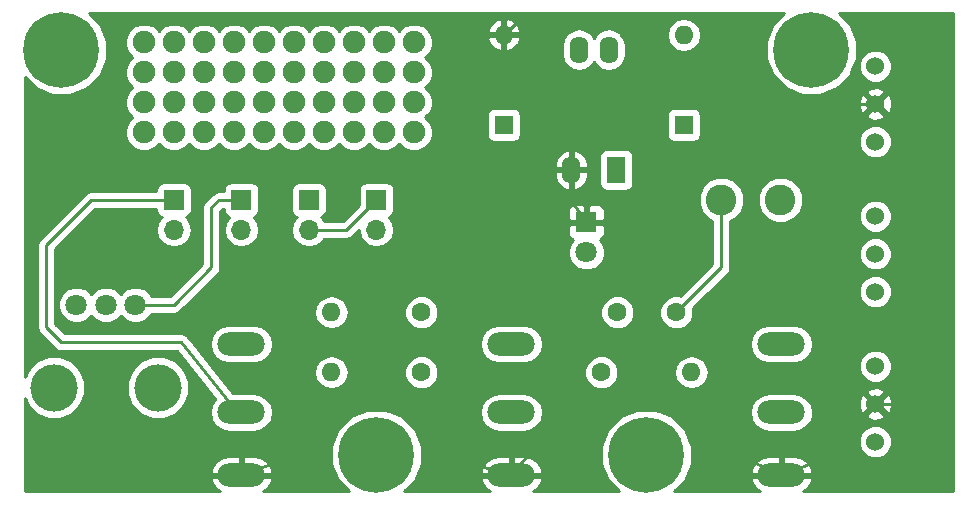
<source format=gbl>
G04 #@! TF.FileFunction,Copper,L2,Bot,Signal*
%FSLAX46Y46*%
G04 Gerber Fmt 4.6, Leading zero omitted, Abs format (unit mm)*
G04 Created by KiCad (PCBNEW 4.0.7) date Monday 10 September 2018 20:38:50*
%MOMM*%
%LPD*%
G01*
G04 APERTURE LIST*
%ADD10C,0.100000*%
%ADD11C,6.400000*%
%ADD12C,1.900000*%
%ADD13C,1.600000*%
%ADD14R,1.800000X1.800000*%
%ADD15C,1.800000*%
%ADD16O,4.000000X2.000000*%
%ADD17O,1.600000X1.600000*%
%ADD18R,1.570000X2.290000*%
%ADD19O,1.570000X2.290000*%
%ADD20C,2.600000*%
%ADD21C,1.524000*%
%ADD22R,1.700000X1.700000*%
%ADD23O,1.700000X1.700000*%
%ADD24C,4.000000*%
%ADD25R,1.600000X1.600000*%
%ADD26C,0.250000*%
%ADD27C,0.254000*%
G04 APERTURE END LIST*
D10*
D11*
X199390000Y-40640000D03*
D12*
X142875000Y-40005000D03*
X145415000Y-40005000D03*
X147955000Y-40005000D03*
X150495000Y-40005000D03*
X153035000Y-40005000D03*
X155575000Y-40005000D03*
X158115000Y-40005000D03*
X160655000Y-40005000D03*
X163195000Y-40005000D03*
X165735000Y-40005000D03*
X165735000Y-42545000D03*
X163195000Y-42545000D03*
X160655000Y-42545000D03*
X158115000Y-42545000D03*
X155575000Y-42545000D03*
X153035000Y-42545000D03*
X150495000Y-42545000D03*
X147955000Y-42545000D03*
X145415000Y-42545000D03*
X142875000Y-42545000D03*
X142875000Y-45085000D03*
X145415000Y-45085000D03*
X147955000Y-45085000D03*
X150495000Y-45085000D03*
X153035000Y-45085000D03*
X155575000Y-45085000D03*
X158115000Y-45085000D03*
X160655000Y-45085000D03*
X163195000Y-45085000D03*
X165735000Y-45085000D03*
X165735000Y-47625000D03*
X163195000Y-47625000D03*
X160655000Y-47625000D03*
X158115000Y-47625000D03*
X155575000Y-47625000D03*
X153035000Y-47625000D03*
X150495000Y-47625000D03*
X147955000Y-47625000D03*
X145415000Y-47625000D03*
X142875000Y-47625000D03*
D11*
X185420000Y-74930000D03*
X162560000Y-74930000D03*
D13*
X187960000Y-62865000D03*
X182960000Y-62865000D03*
D14*
X180340000Y-55245000D03*
D15*
X180340000Y-57785000D03*
D16*
X151130000Y-65540000D03*
X151130000Y-71340000D03*
X151130000Y-76640000D03*
X173990000Y-65540000D03*
X173990000Y-71340000D03*
X173990000Y-76640000D03*
X196850000Y-65540000D03*
X196850000Y-71340000D03*
X196850000Y-76640000D03*
D13*
X166370000Y-67945000D03*
D17*
X158750000Y-67945000D03*
D13*
X166370000Y-62865000D03*
D17*
X158750000Y-62865000D03*
D13*
X181610000Y-67945000D03*
D17*
X189230000Y-67945000D03*
D18*
X182880000Y-50800000D03*
D19*
X179070000Y-50800000D03*
X179710000Y-40640000D03*
X182240000Y-40640000D03*
D20*
X191770000Y-53340000D03*
X196770000Y-53340000D03*
D21*
X204810000Y-54720000D03*
X204810000Y-57920000D03*
X204810000Y-61120000D03*
X204810000Y-67420000D03*
X204810000Y-70620000D03*
X204810000Y-73820000D03*
X204810000Y-42020000D03*
X204810000Y-45220000D03*
X204810000Y-48420000D03*
D22*
X145415000Y-53340000D03*
D23*
X145415000Y-55880000D03*
D22*
X151130000Y-53340000D03*
D23*
X151130000Y-55880000D03*
D22*
X156845000Y-53340000D03*
D23*
X156845000Y-55880000D03*
D22*
X162560000Y-53340000D03*
D23*
X162560000Y-55880000D03*
D15*
X142160000Y-62230000D03*
X139660000Y-62230000D03*
X137160000Y-62230000D03*
D24*
X144060000Y-69230000D03*
X135260000Y-69230000D03*
D11*
X135890000Y-40640000D03*
D25*
X173355000Y-46990000D03*
D17*
X173355000Y-39370000D03*
D25*
X188595000Y-46990000D03*
D17*
X188595000Y-39370000D03*
D26*
X191770000Y-53340000D02*
X191770000Y-59055000D01*
X191770000Y-59055000D02*
X187960000Y-62865000D01*
X156845000Y-55880000D02*
X160020000Y-55880000D01*
X160020000Y-55880000D02*
X162560000Y-53340000D01*
X151130000Y-71340000D02*
X150715000Y-71340000D01*
X150715000Y-71340000D02*
X146050000Y-65405000D01*
X138430000Y-53340000D02*
X145415000Y-53340000D01*
X134620000Y-57150000D02*
X138430000Y-53340000D01*
X134620000Y-64135000D02*
X134620000Y-57150000D01*
X135890000Y-65405000D02*
X134620000Y-64135000D01*
X146050000Y-65405000D02*
X135890000Y-65405000D01*
X142160000Y-62230000D02*
X145415000Y-62230000D01*
X149225000Y-53340000D02*
X151130000Y-53340000D01*
X148590000Y-53975000D02*
X149225000Y-53340000D01*
X148590000Y-59055000D02*
X148590000Y-53975000D01*
X145415000Y-62230000D02*
X148590000Y-59055000D01*
X204810000Y-45220000D02*
X195715000Y-45220000D01*
X174625000Y-38100000D02*
X173355000Y-39370000D01*
X183515000Y-38100000D02*
X174625000Y-38100000D01*
X187960000Y-42545000D02*
X183515000Y-38100000D01*
X193040000Y-42545000D02*
X187960000Y-42545000D01*
X195715000Y-45220000D02*
X193040000Y-42545000D01*
X196850000Y-76640000D02*
X194115000Y-75370000D01*
X178997143Y-70485000D02*
X173990000Y-76640000D01*
X189230000Y-70485000D02*
X178997143Y-70485000D01*
X194115000Y-75370000D02*
X189230000Y-70485000D01*
X151130000Y-76640000D02*
X154500000Y-75370000D01*
X154500000Y-75370000D02*
X159385000Y-70485000D01*
X159385000Y-70485000D02*
X165100000Y-70485000D01*
X165100000Y-70485000D02*
X170190000Y-75575000D01*
X170190000Y-75575000D02*
X173990000Y-76640000D01*
X173355000Y-39370000D02*
X174625000Y-39370000D01*
X174625000Y-39370000D02*
X179070000Y-43815000D01*
X179070000Y-43815000D02*
X179070000Y-50800000D01*
X204810000Y-70620000D02*
X208145000Y-70620000D01*
X208280000Y-48690000D02*
X204810000Y-45220000D01*
X208280000Y-70485000D02*
X208280000Y-48690000D01*
X208145000Y-70620000D02*
X208280000Y-70485000D01*
X174625000Y-39370000D02*
X179070000Y-43815000D01*
X179070000Y-43815000D02*
X179070000Y-53340000D01*
X179070000Y-53340000D02*
X180340000Y-55245000D01*
X151130000Y-76640000D02*
X152205000Y-76640000D01*
X152205000Y-76640000D02*
X152645000Y-76200000D01*
X173345000Y-75995000D02*
X173990000Y-76640000D01*
X196410000Y-76200000D02*
X196850000Y-76640000D01*
X196850000Y-76640000D02*
X200060000Y-75370000D01*
X200060000Y-75370000D02*
X204810000Y-70620000D01*
D27*
G36*
X196140741Y-38464811D02*
X195555667Y-39873825D01*
X195554336Y-41399482D01*
X196136950Y-42809515D01*
X197214811Y-43889259D01*
X198623825Y-44474333D01*
X200149482Y-44475664D01*
X200720347Y-44239787D01*
X204009392Y-44239787D01*
X204810000Y-45040395D01*
X205610608Y-44239787D01*
X205541143Y-43997603D01*
X205017698Y-43810856D01*
X204462632Y-43838638D01*
X204078857Y-43997603D01*
X204009392Y-44239787D01*
X200720347Y-44239787D01*
X201559515Y-43893050D01*
X202639259Y-42815189D01*
X202854570Y-42296661D01*
X203412758Y-42296661D01*
X203624990Y-42810303D01*
X204017630Y-43203629D01*
X204530900Y-43416757D01*
X205086661Y-43417242D01*
X205600303Y-43205010D01*
X205993629Y-42812370D01*
X206206757Y-42299100D01*
X206207242Y-41743339D01*
X205995010Y-41229697D01*
X205602370Y-40836371D01*
X205089100Y-40623243D01*
X204533339Y-40622758D01*
X204019697Y-40834990D01*
X203626371Y-41227630D01*
X203413243Y-41740900D01*
X203412758Y-42296661D01*
X202854570Y-42296661D01*
X203224333Y-41406175D01*
X203225664Y-39880518D01*
X202643050Y-38470485D01*
X201714188Y-37540000D01*
X211380000Y-37540000D01*
X211380000Y-78030000D01*
X198684470Y-78030000D01*
X199095922Y-77706317D01*
X199409144Y-77148355D01*
X199440124Y-77020434D01*
X199320777Y-76767000D01*
X196977000Y-76767000D01*
X196977000Y-76787000D01*
X196723000Y-76787000D01*
X196723000Y-76767000D01*
X194379223Y-76767000D01*
X194259876Y-77020434D01*
X194290856Y-77148355D01*
X194604078Y-77706317D01*
X195015530Y-78030000D01*
X187742832Y-78030000D01*
X188669259Y-77105189D01*
X189020392Y-76259566D01*
X194259876Y-76259566D01*
X194379223Y-76513000D01*
X196723000Y-76513000D01*
X196723000Y-75005000D01*
X196977000Y-75005000D01*
X196977000Y-76513000D01*
X199320777Y-76513000D01*
X199440124Y-76259566D01*
X199409144Y-76131645D01*
X199095922Y-75573683D01*
X198593020Y-75178058D01*
X197977000Y-75005000D01*
X196977000Y-75005000D01*
X196723000Y-75005000D01*
X195723000Y-75005000D01*
X195106980Y-75178058D01*
X194604078Y-75573683D01*
X194290856Y-76131645D01*
X194259876Y-76259566D01*
X189020392Y-76259566D01*
X189254333Y-75696175D01*
X189255664Y-74170518D01*
X189225147Y-74096661D01*
X203412758Y-74096661D01*
X203624990Y-74610303D01*
X204017630Y-75003629D01*
X204530900Y-75216757D01*
X205086661Y-75217242D01*
X205600303Y-75005010D01*
X205993629Y-74612370D01*
X206206757Y-74099100D01*
X206207242Y-73543339D01*
X205995010Y-73029697D01*
X205602370Y-72636371D01*
X205089100Y-72423243D01*
X204533339Y-72422758D01*
X204019697Y-72634990D01*
X203626371Y-73027630D01*
X203413243Y-73540900D01*
X203412758Y-74096661D01*
X189225147Y-74096661D01*
X188673050Y-72760485D01*
X187595189Y-71680741D01*
X186774594Y-71340000D01*
X194163377Y-71340000D01*
X194287834Y-71965687D01*
X194642257Y-72496120D01*
X195172690Y-72850543D01*
X195798377Y-72975000D01*
X197901623Y-72975000D01*
X198527310Y-72850543D01*
X199057743Y-72496120D01*
X199412166Y-71965687D01*
X199484863Y-71600213D01*
X204009392Y-71600213D01*
X204078857Y-71842397D01*
X204602302Y-72029144D01*
X205157368Y-72001362D01*
X205541143Y-71842397D01*
X205610608Y-71600213D01*
X204810000Y-70799605D01*
X204009392Y-71600213D01*
X199484863Y-71600213D01*
X199536623Y-71340000D01*
X199412166Y-70714313D01*
X199210370Y-70412302D01*
X203400856Y-70412302D01*
X203428638Y-70967368D01*
X203587603Y-71351143D01*
X203829787Y-71420608D01*
X204630395Y-70620000D01*
X204989605Y-70620000D01*
X205790213Y-71420608D01*
X206032397Y-71351143D01*
X206219144Y-70827698D01*
X206191362Y-70272632D01*
X206032397Y-69888857D01*
X205790213Y-69819392D01*
X204989605Y-70620000D01*
X204630395Y-70620000D01*
X203829787Y-69819392D01*
X203587603Y-69888857D01*
X203400856Y-70412302D01*
X199210370Y-70412302D01*
X199057743Y-70183880D01*
X198527310Y-69829457D01*
X197901623Y-69705000D01*
X195798377Y-69705000D01*
X195172690Y-69829457D01*
X194642257Y-70183880D01*
X194287834Y-70714313D01*
X194163377Y-71340000D01*
X186774594Y-71340000D01*
X186186175Y-71095667D01*
X184660518Y-71094336D01*
X183250485Y-71676950D01*
X182170741Y-72754811D01*
X181585667Y-74163825D01*
X181584336Y-75689482D01*
X182166950Y-77099515D01*
X183095812Y-78030000D01*
X175824470Y-78030000D01*
X176235922Y-77706317D01*
X176549144Y-77148355D01*
X176580124Y-77020434D01*
X176460777Y-76767000D01*
X174117000Y-76767000D01*
X174117000Y-76787000D01*
X173863000Y-76787000D01*
X173863000Y-76767000D01*
X171519223Y-76767000D01*
X171399876Y-77020434D01*
X171430856Y-77148355D01*
X171744078Y-77706317D01*
X172155530Y-78030000D01*
X164882832Y-78030000D01*
X165809259Y-77105189D01*
X166160392Y-76259566D01*
X171399876Y-76259566D01*
X171519223Y-76513000D01*
X173863000Y-76513000D01*
X173863000Y-75005000D01*
X174117000Y-75005000D01*
X174117000Y-76513000D01*
X176460777Y-76513000D01*
X176580124Y-76259566D01*
X176549144Y-76131645D01*
X176235922Y-75573683D01*
X175733020Y-75178058D01*
X175117000Y-75005000D01*
X174117000Y-75005000D01*
X173863000Y-75005000D01*
X172863000Y-75005000D01*
X172246980Y-75178058D01*
X171744078Y-75573683D01*
X171430856Y-76131645D01*
X171399876Y-76259566D01*
X166160392Y-76259566D01*
X166394333Y-75696175D01*
X166395664Y-74170518D01*
X165813050Y-72760485D01*
X164735189Y-71680741D01*
X163914594Y-71340000D01*
X171303377Y-71340000D01*
X171427834Y-71965687D01*
X171782257Y-72496120D01*
X172312690Y-72850543D01*
X172938377Y-72975000D01*
X175041623Y-72975000D01*
X175667310Y-72850543D01*
X176197743Y-72496120D01*
X176552166Y-71965687D01*
X176676623Y-71340000D01*
X176552166Y-70714313D01*
X176197743Y-70183880D01*
X175667310Y-69829457D01*
X175041623Y-69705000D01*
X172938377Y-69705000D01*
X172312690Y-69829457D01*
X171782257Y-70183880D01*
X171427834Y-70714313D01*
X171303377Y-71340000D01*
X163914594Y-71340000D01*
X163326175Y-71095667D01*
X161800518Y-71094336D01*
X160390485Y-71676950D01*
X159310741Y-72754811D01*
X158725667Y-74163825D01*
X158724336Y-75689482D01*
X159306950Y-77099515D01*
X160235812Y-78030000D01*
X152964470Y-78030000D01*
X153375922Y-77706317D01*
X153689144Y-77148355D01*
X153720124Y-77020434D01*
X153600777Y-76767000D01*
X151257000Y-76767000D01*
X151257000Y-76787000D01*
X151003000Y-76787000D01*
X151003000Y-76767000D01*
X148659223Y-76767000D01*
X148539876Y-77020434D01*
X148570856Y-77148355D01*
X148884078Y-77706317D01*
X149295530Y-78030000D01*
X132790000Y-78030000D01*
X132790000Y-76259566D01*
X148539876Y-76259566D01*
X148659223Y-76513000D01*
X151003000Y-76513000D01*
X151003000Y-75005000D01*
X151257000Y-75005000D01*
X151257000Y-76513000D01*
X153600777Y-76513000D01*
X153720124Y-76259566D01*
X153689144Y-76131645D01*
X153375922Y-75573683D01*
X152873020Y-75178058D01*
X152257000Y-75005000D01*
X151257000Y-75005000D01*
X151003000Y-75005000D01*
X150003000Y-75005000D01*
X149386980Y-75178058D01*
X148884078Y-75573683D01*
X148570856Y-76131645D01*
X148539876Y-76259566D01*
X132790000Y-76259566D01*
X132790000Y-70152270D01*
X133024853Y-70720658D01*
X133765443Y-71462542D01*
X134733567Y-71864542D01*
X135781834Y-71865457D01*
X136750658Y-71465147D01*
X137492542Y-70724557D01*
X137894542Y-69756433D01*
X137894546Y-69751834D01*
X141424543Y-69751834D01*
X141824853Y-70720658D01*
X142565443Y-71462542D01*
X143533567Y-71864542D01*
X144581834Y-71865457D01*
X145550658Y-71465147D01*
X146292542Y-70724557D01*
X146694542Y-69756433D01*
X146695457Y-68708166D01*
X146295147Y-67739342D01*
X145554557Y-66997458D01*
X144586433Y-66595458D01*
X143538166Y-66594543D01*
X142569342Y-66994853D01*
X141827458Y-67735443D01*
X141425458Y-68703567D01*
X141424543Y-69751834D01*
X137894546Y-69751834D01*
X137895457Y-68708166D01*
X137495147Y-67739342D01*
X136754557Y-66997458D01*
X135786433Y-66595458D01*
X134738166Y-66594543D01*
X133769342Y-66994853D01*
X133027458Y-67735443D01*
X132790000Y-68307306D01*
X132790000Y-57150000D01*
X133860000Y-57150000D01*
X133860000Y-64135000D01*
X133917852Y-64425839D01*
X134082599Y-64672401D01*
X135352599Y-65942401D01*
X135599160Y-66107148D01*
X135890000Y-66165000D01*
X145680700Y-66165000D01*
X148884278Y-70240720D01*
X148567834Y-70714313D01*
X148443377Y-71340000D01*
X148567834Y-71965687D01*
X148922257Y-72496120D01*
X149452690Y-72850543D01*
X150078377Y-72975000D01*
X152181623Y-72975000D01*
X152807310Y-72850543D01*
X153337743Y-72496120D01*
X153692166Y-71965687D01*
X153816623Y-71340000D01*
X153692166Y-70714313D01*
X153337743Y-70183880D01*
X152807310Y-69829457D01*
X152181623Y-69705000D01*
X150396537Y-69705000D01*
X150345279Y-69639787D01*
X204009392Y-69639787D01*
X204810000Y-70440395D01*
X205610608Y-69639787D01*
X205541143Y-69397603D01*
X205017698Y-69210856D01*
X204462632Y-69238638D01*
X204078857Y-69397603D01*
X204009392Y-69639787D01*
X150345279Y-69639787D01*
X149013151Y-67945000D01*
X157286887Y-67945000D01*
X157396120Y-68494151D01*
X157707189Y-68959698D01*
X158172736Y-69270767D01*
X158721887Y-69380000D01*
X158778113Y-69380000D01*
X159327264Y-69270767D01*
X159792811Y-68959698D01*
X160103880Y-68494151D01*
X160156584Y-68229187D01*
X164934752Y-68229187D01*
X165152757Y-68756800D01*
X165556077Y-69160824D01*
X166083309Y-69379750D01*
X166654187Y-69380248D01*
X167181800Y-69162243D01*
X167585824Y-68758923D01*
X167804750Y-68231691D01*
X167804752Y-68229187D01*
X180174752Y-68229187D01*
X180392757Y-68756800D01*
X180796077Y-69160824D01*
X181323309Y-69379750D01*
X181894187Y-69380248D01*
X182421800Y-69162243D01*
X182825824Y-68758923D01*
X183044750Y-68231691D01*
X183045000Y-67945000D01*
X187766887Y-67945000D01*
X187876120Y-68494151D01*
X188187189Y-68959698D01*
X188652736Y-69270767D01*
X189201887Y-69380000D01*
X189258113Y-69380000D01*
X189807264Y-69270767D01*
X190272811Y-68959698D01*
X190583880Y-68494151D01*
X190693113Y-67945000D01*
X190643716Y-67696661D01*
X203412758Y-67696661D01*
X203624990Y-68210303D01*
X204017630Y-68603629D01*
X204530900Y-68816757D01*
X205086661Y-68817242D01*
X205600303Y-68605010D01*
X205993629Y-68212370D01*
X206206757Y-67699100D01*
X206207242Y-67143339D01*
X205995010Y-66629697D01*
X205602370Y-66236371D01*
X205089100Y-66023243D01*
X204533339Y-66022758D01*
X204019697Y-66234990D01*
X203626371Y-66627630D01*
X203413243Y-67140900D01*
X203412758Y-67696661D01*
X190643716Y-67696661D01*
X190583880Y-67395849D01*
X190272811Y-66930302D01*
X189807264Y-66619233D01*
X189258113Y-66510000D01*
X189201887Y-66510000D01*
X188652736Y-66619233D01*
X188187189Y-66930302D01*
X187876120Y-67395849D01*
X187766887Y-67945000D01*
X183045000Y-67945000D01*
X183045248Y-67660813D01*
X182827243Y-67133200D01*
X182423923Y-66729176D01*
X181896691Y-66510250D01*
X181325813Y-66509752D01*
X180798200Y-66727757D01*
X180394176Y-67131077D01*
X180175250Y-67658309D01*
X180174752Y-68229187D01*
X167804752Y-68229187D01*
X167805248Y-67660813D01*
X167587243Y-67133200D01*
X167183923Y-66729176D01*
X166656691Y-66510250D01*
X166085813Y-66509752D01*
X165558200Y-66727757D01*
X165154176Y-67131077D01*
X164935250Y-67658309D01*
X164934752Y-68229187D01*
X160156584Y-68229187D01*
X160213113Y-67945000D01*
X160103880Y-67395849D01*
X159792811Y-66930302D01*
X159327264Y-66619233D01*
X158778113Y-66510000D01*
X158721887Y-66510000D01*
X158172736Y-66619233D01*
X157707189Y-66930302D01*
X157396120Y-67395849D01*
X157286887Y-67945000D01*
X149013151Y-67945000D01*
X147122784Y-65540000D01*
X148443377Y-65540000D01*
X148567834Y-66165687D01*
X148922257Y-66696120D01*
X149452690Y-67050543D01*
X150078377Y-67175000D01*
X152181623Y-67175000D01*
X152807310Y-67050543D01*
X153337743Y-66696120D01*
X153692166Y-66165687D01*
X153816623Y-65540000D01*
X171303377Y-65540000D01*
X171427834Y-66165687D01*
X171782257Y-66696120D01*
X172312690Y-67050543D01*
X172938377Y-67175000D01*
X175041623Y-67175000D01*
X175667310Y-67050543D01*
X176197743Y-66696120D01*
X176552166Y-66165687D01*
X176676623Y-65540000D01*
X194163377Y-65540000D01*
X194287834Y-66165687D01*
X194642257Y-66696120D01*
X195172690Y-67050543D01*
X195798377Y-67175000D01*
X197901623Y-67175000D01*
X198527310Y-67050543D01*
X199057743Y-66696120D01*
X199412166Y-66165687D01*
X199536623Y-65540000D01*
X199412166Y-64914313D01*
X199057743Y-64383880D01*
X198527310Y-64029457D01*
X197901623Y-63905000D01*
X195798377Y-63905000D01*
X195172690Y-64029457D01*
X194642257Y-64383880D01*
X194287834Y-64914313D01*
X194163377Y-65540000D01*
X176676623Y-65540000D01*
X176552166Y-64914313D01*
X176197743Y-64383880D01*
X175667310Y-64029457D01*
X175041623Y-63905000D01*
X172938377Y-63905000D01*
X172312690Y-64029457D01*
X171782257Y-64383880D01*
X171427834Y-64914313D01*
X171303377Y-65540000D01*
X153816623Y-65540000D01*
X153692166Y-64914313D01*
X153337743Y-64383880D01*
X152807310Y-64029457D01*
X152181623Y-63905000D01*
X150078377Y-63905000D01*
X149452690Y-64029457D01*
X148922257Y-64383880D01*
X148567834Y-64914313D01*
X148443377Y-65540000D01*
X147122784Y-65540000D01*
X146647515Y-64935344D01*
X146612796Y-64905605D01*
X146587401Y-64867599D01*
X146501116Y-64809945D01*
X146422302Y-64742437D01*
X146378849Y-64728249D01*
X146340839Y-64702852D01*
X146239058Y-64682606D01*
X146140410Y-64650397D01*
X146094835Y-64653918D01*
X146050000Y-64645000D01*
X136204802Y-64645000D01*
X135380000Y-63820198D01*
X135380000Y-62533991D01*
X135624735Y-62533991D01*
X135857932Y-63098371D01*
X136289357Y-63530551D01*
X136853330Y-63764733D01*
X137463991Y-63765265D01*
X138028371Y-63532068D01*
X138410288Y-63150818D01*
X138789357Y-63530551D01*
X139353330Y-63764733D01*
X139963991Y-63765265D01*
X140528371Y-63532068D01*
X140910288Y-63150818D01*
X141289357Y-63530551D01*
X141853330Y-63764733D01*
X142463991Y-63765265D01*
X143028371Y-63532068D01*
X143460551Y-63100643D01*
X143506494Y-62990000D01*
X145415000Y-62990000D01*
X145705839Y-62932148D01*
X145806333Y-62865000D01*
X157286887Y-62865000D01*
X157396120Y-63414151D01*
X157707189Y-63879698D01*
X158172736Y-64190767D01*
X158721887Y-64300000D01*
X158778113Y-64300000D01*
X159327264Y-64190767D01*
X159792811Y-63879698D01*
X160103880Y-63414151D01*
X160156584Y-63149187D01*
X164934752Y-63149187D01*
X165152757Y-63676800D01*
X165556077Y-64080824D01*
X166083309Y-64299750D01*
X166654187Y-64300248D01*
X167181800Y-64082243D01*
X167585824Y-63678923D01*
X167804750Y-63151691D01*
X167804752Y-63149187D01*
X181524752Y-63149187D01*
X181742757Y-63676800D01*
X182146077Y-64080824D01*
X182673309Y-64299750D01*
X183244187Y-64300248D01*
X183771800Y-64082243D01*
X184175824Y-63678923D01*
X184394750Y-63151691D01*
X184394752Y-63149187D01*
X186524752Y-63149187D01*
X186742757Y-63676800D01*
X187146077Y-64080824D01*
X187673309Y-64299750D01*
X188244187Y-64300248D01*
X188771800Y-64082243D01*
X189175824Y-63678923D01*
X189394750Y-63151691D01*
X189395248Y-62580813D01*
X189372951Y-62526851D01*
X190503141Y-61396661D01*
X203412758Y-61396661D01*
X203624990Y-61910303D01*
X204017630Y-62303629D01*
X204530900Y-62516757D01*
X205086661Y-62517242D01*
X205600303Y-62305010D01*
X205993629Y-61912370D01*
X206206757Y-61399100D01*
X206207242Y-60843339D01*
X205995010Y-60329697D01*
X205602370Y-59936371D01*
X205089100Y-59723243D01*
X204533339Y-59722758D01*
X204019697Y-59934990D01*
X203626371Y-60327630D01*
X203413243Y-60840900D01*
X203412758Y-61396661D01*
X190503141Y-61396661D01*
X192307401Y-59592401D01*
X192472148Y-59345839D01*
X192530000Y-59055000D01*
X192530000Y-58196661D01*
X203412758Y-58196661D01*
X203624990Y-58710303D01*
X204017630Y-59103629D01*
X204530900Y-59316757D01*
X205086661Y-59317242D01*
X205600303Y-59105010D01*
X205993629Y-58712370D01*
X206206757Y-58199100D01*
X206207242Y-57643339D01*
X205995010Y-57129697D01*
X205602370Y-56736371D01*
X205089100Y-56523243D01*
X204533339Y-56522758D01*
X204019697Y-56734990D01*
X203626371Y-57127630D01*
X203413243Y-57640900D01*
X203412758Y-58196661D01*
X192530000Y-58196661D01*
X192530000Y-55119648D01*
X192864658Y-54981370D01*
X193409457Y-54437521D01*
X193704663Y-53726584D01*
X193704665Y-53723207D01*
X194834665Y-53723207D01*
X195128630Y-54434658D01*
X195672479Y-54979457D01*
X196383416Y-55274663D01*
X197153207Y-55275335D01*
X197827650Y-54996661D01*
X203412758Y-54996661D01*
X203624990Y-55510303D01*
X204017630Y-55903629D01*
X204530900Y-56116757D01*
X205086661Y-56117242D01*
X205600303Y-55905010D01*
X205993629Y-55512370D01*
X206206757Y-54999100D01*
X206207242Y-54443339D01*
X205995010Y-53929697D01*
X205602370Y-53536371D01*
X205089100Y-53323243D01*
X204533339Y-53322758D01*
X204019697Y-53534990D01*
X203626371Y-53927630D01*
X203413243Y-54440900D01*
X203412758Y-54996661D01*
X197827650Y-54996661D01*
X197864658Y-54981370D01*
X198409457Y-54437521D01*
X198704663Y-53726584D01*
X198705335Y-52956793D01*
X198411370Y-52245342D01*
X197867521Y-51700543D01*
X197156584Y-51405337D01*
X196386793Y-51404665D01*
X195675342Y-51698630D01*
X195130543Y-52242479D01*
X194835337Y-52953416D01*
X194834665Y-53723207D01*
X193704665Y-53723207D01*
X193705335Y-52956793D01*
X193411370Y-52245342D01*
X192867521Y-51700543D01*
X192156584Y-51405337D01*
X191386793Y-51404665D01*
X190675342Y-51698630D01*
X190130543Y-52242479D01*
X189835337Y-52953416D01*
X189834665Y-53723207D01*
X190128630Y-54434658D01*
X190672479Y-54979457D01*
X191010000Y-55119608D01*
X191010000Y-58740198D01*
X188298454Y-61451744D01*
X188246691Y-61430250D01*
X187675813Y-61429752D01*
X187148200Y-61647757D01*
X186744176Y-62051077D01*
X186525250Y-62578309D01*
X186524752Y-63149187D01*
X184394752Y-63149187D01*
X184395248Y-62580813D01*
X184177243Y-62053200D01*
X183773923Y-61649176D01*
X183246691Y-61430250D01*
X182675813Y-61429752D01*
X182148200Y-61647757D01*
X181744176Y-62051077D01*
X181525250Y-62578309D01*
X181524752Y-63149187D01*
X167804752Y-63149187D01*
X167805248Y-62580813D01*
X167587243Y-62053200D01*
X167183923Y-61649176D01*
X166656691Y-61430250D01*
X166085813Y-61429752D01*
X165558200Y-61647757D01*
X165154176Y-62051077D01*
X164935250Y-62578309D01*
X164934752Y-63149187D01*
X160156584Y-63149187D01*
X160213113Y-62865000D01*
X160103880Y-62315849D01*
X159792811Y-61850302D01*
X159327264Y-61539233D01*
X158778113Y-61430000D01*
X158721887Y-61430000D01*
X158172736Y-61539233D01*
X157707189Y-61850302D01*
X157396120Y-62315849D01*
X157286887Y-62865000D01*
X145806333Y-62865000D01*
X145952401Y-62767401D01*
X149127401Y-59592401D01*
X149292148Y-59345839D01*
X149350000Y-59055000D01*
X149350000Y-58088991D01*
X178804735Y-58088991D01*
X179037932Y-58653371D01*
X179469357Y-59085551D01*
X180033330Y-59319733D01*
X180643991Y-59320265D01*
X181208371Y-59087068D01*
X181640551Y-58655643D01*
X181874733Y-58091670D01*
X181875265Y-57481009D01*
X181642068Y-56916629D01*
X181464908Y-56739159D01*
X181599699Y-56683327D01*
X181778327Y-56504698D01*
X181875000Y-56271309D01*
X181875000Y-55530750D01*
X181716250Y-55372000D01*
X180467000Y-55372000D01*
X180467000Y-55392000D01*
X180213000Y-55392000D01*
X180213000Y-55372000D01*
X178963750Y-55372000D01*
X178805000Y-55530750D01*
X178805000Y-56271309D01*
X178901673Y-56504698D01*
X179080301Y-56683327D01*
X179214994Y-56739119D01*
X179039449Y-56914357D01*
X178805267Y-57478330D01*
X178804735Y-58088991D01*
X149350000Y-58088991D01*
X149350000Y-54289802D01*
X149539802Y-54100000D01*
X149632560Y-54100000D01*
X149632560Y-54190000D01*
X149676838Y-54425317D01*
X149815910Y-54641441D01*
X150028110Y-54786431D01*
X150095541Y-54800086D01*
X150050853Y-54829946D01*
X149728946Y-55311715D01*
X149615907Y-55880000D01*
X149728946Y-56448285D01*
X150050853Y-56930054D01*
X150532622Y-57251961D01*
X151100907Y-57365000D01*
X151159093Y-57365000D01*
X151727378Y-57251961D01*
X152209147Y-56930054D01*
X152531054Y-56448285D01*
X152644093Y-55880000D01*
X155330907Y-55880000D01*
X155443946Y-56448285D01*
X155765853Y-56930054D01*
X156247622Y-57251961D01*
X156815907Y-57365000D01*
X156874093Y-57365000D01*
X157442378Y-57251961D01*
X157924147Y-56930054D01*
X158117954Y-56640000D01*
X160020000Y-56640000D01*
X160310839Y-56582148D01*
X160557401Y-56417401D01*
X161054019Y-55920783D01*
X161158946Y-56448285D01*
X161480853Y-56930054D01*
X161962622Y-57251961D01*
X162530907Y-57365000D01*
X162589093Y-57365000D01*
X163157378Y-57251961D01*
X163639147Y-56930054D01*
X163961054Y-56448285D01*
X164074093Y-55880000D01*
X163961054Y-55311715D01*
X163639147Y-54829946D01*
X163597548Y-54802150D01*
X163645317Y-54793162D01*
X163861441Y-54654090D01*
X164006431Y-54441890D01*
X164051629Y-54218691D01*
X178805000Y-54218691D01*
X178805000Y-54959250D01*
X178963750Y-55118000D01*
X180213000Y-55118000D01*
X180213000Y-53868750D01*
X180467000Y-53868750D01*
X180467000Y-55118000D01*
X181716250Y-55118000D01*
X181875000Y-54959250D01*
X181875000Y-54218691D01*
X181778327Y-53985302D01*
X181599699Y-53806673D01*
X181366310Y-53710000D01*
X180625750Y-53710000D01*
X180467000Y-53868750D01*
X180213000Y-53868750D01*
X180054250Y-53710000D01*
X179313690Y-53710000D01*
X179080301Y-53806673D01*
X178901673Y-53985302D01*
X178805000Y-54218691D01*
X164051629Y-54218691D01*
X164057440Y-54190000D01*
X164057440Y-52490000D01*
X164013162Y-52254683D01*
X163874090Y-52038559D01*
X163661890Y-51893569D01*
X163410000Y-51842560D01*
X161710000Y-51842560D01*
X161474683Y-51886838D01*
X161258559Y-52025910D01*
X161113569Y-52238110D01*
X161062560Y-52490000D01*
X161062560Y-53762638D01*
X159705198Y-55120000D01*
X158117954Y-55120000D01*
X157924147Y-54829946D01*
X157882548Y-54802150D01*
X157930317Y-54793162D01*
X158146441Y-54654090D01*
X158291431Y-54441890D01*
X158342440Y-54190000D01*
X158342440Y-52490000D01*
X158298162Y-52254683D01*
X158159090Y-52038559D01*
X157946890Y-51893569D01*
X157695000Y-51842560D01*
X155995000Y-51842560D01*
X155759683Y-51886838D01*
X155543559Y-52025910D01*
X155398569Y-52238110D01*
X155347560Y-52490000D01*
X155347560Y-54190000D01*
X155391838Y-54425317D01*
X155530910Y-54641441D01*
X155743110Y-54786431D01*
X155810541Y-54800086D01*
X155765853Y-54829946D01*
X155443946Y-55311715D01*
X155330907Y-55880000D01*
X152644093Y-55880000D01*
X152531054Y-55311715D01*
X152209147Y-54829946D01*
X152167548Y-54802150D01*
X152215317Y-54793162D01*
X152431441Y-54654090D01*
X152576431Y-54441890D01*
X152627440Y-54190000D01*
X152627440Y-52490000D01*
X152583162Y-52254683D01*
X152444090Y-52038559D01*
X152231890Y-51893569D01*
X151980000Y-51842560D01*
X150280000Y-51842560D01*
X150044683Y-51886838D01*
X149828559Y-52025910D01*
X149683569Y-52238110D01*
X149632560Y-52490000D01*
X149632560Y-52580000D01*
X149225000Y-52580000D01*
X148934161Y-52637852D01*
X148687599Y-52802599D01*
X148052599Y-53437599D01*
X147887852Y-53684161D01*
X147830000Y-53975000D01*
X147830000Y-58740198D01*
X145100198Y-61470000D01*
X143506846Y-61470000D01*
X143462068Y-61361629D01*
X143030643Y-60929449D01*
X142466670Y-60695267D01*
X141856009Y-60694735D01*
X141291629Y-60927932D01*
X140909712Y-61309182D01*
X140530643Y-60929449D01*
X139966670Y-60695267D01*
X139356009Y-60694735D01*
X138791629Y-60927932D01*
X138409712Y-61309182D01*
X138030643Y-60929449D01*
X137466670Y-60695267D01*
X136856009Y-60694735D01*
X136291629Y-60927932D01*
X135859449Y-61359357D01*
X135625267Y-61923330D01*
X135624735Y-62533991D01*
X135380000Y-62533991D01*
X135380000Y-57464802D01*
X138744802Y-54100000D01*
X143917560Y-54100000D01*
X143917560Y-54190000D01*
X143961838Y-54425317D01*
X144100910Y-54641441D01*
X144313110Y-54786431D01*
X144380541Y-54800086D01*
X144335853Y-54829946D01*
X144013946Y-55311715D01*
X143900907Y-55880000D01*
X144013946Y-56448285D01*
X144335853Y-56930054D01*
X144817622Y-57251961D01*
X145385907Y-57365000D01*
X145444093Y-57365000D01*
X146012378Y-57251961D01*
X146494147Y-56930054D01*
X146816054Y-56448285D01*
X146929093Y-55880000D01*
X146816054Y-55311715D01*
X146494147Y-54829946D01*
X146452548Y-54802150D01*
X146500317Y-54793162D01*
X146716441Y-54654090D01*
X146861431Y-54441890D01*
X146912440Y-54190000D01*
X146912440Y-52490000D01*
X146868162Y-52254683D01*
X146729090Y-52038559D01*
X146516890Y-51893569D01*
X146265000Y-51842560D01*
X144565000Y-51842560D01*
X144329683Y-51886838D01*
X144113559Y-52025910D01*
X143968569Y-52238110D01*
X143917560Y-52490000D01*
X143917560Y-52580000D01*
X138430000Y-52580000D01*
X138139161Y-52637852D01*
X137892599Y-52802599D01*
X134082599Y-56612599D01*
X133917852Y-56859161D01*
X133860000Y-57150000D01*
X132790000Y-57150000D01*
X132790000Y-50927000D01*
X177650000Y-50927000D01*
X177650000Y-51287000D01*
X177806692Y-51820743D01*
X178155711Y-52253894D01*
X178643922Y-52520510D01*
X178723317Y-52537029D01*
X178943000Y-52414840D01*
X178943000Y-50927000D01*
X179197000Y-50927000D01*
X179197000Y-52414840D01*
X179416683Y-52537029D01*
X179496078Y-52520510D01*
X179984289Y-52253894D01*
X180333308Y-51820743D01*
X180490000Y-51287000D01*
X180490000Y-50927000D01*
X179197000Y-50927000D01*
X178943000Y-50927000D01*
X177650000Y-50927000D01*
X132790000Y-50927000D01*
X132790000Y-50313000D01*
X177650000Y-50313000D01*
X177650000Y-50673000D01*
X178943000Y-50673000D01*
X178943000Y-49185160D01*
X179197000Y-49185160D01*
X179197000Y-50673000D01*
X180490000Y-50673000D01*
X180490000Y-50313000D01*
X180333308Y-49779257D01*
X180233186Y-49655000D01*
X181447560Y-49655000D01*
X181447560Y-51945000D01*
X181491838Y-52180317D01*
X181630910Y-52396441D01*
X181843110Y-52541431D01*
X182095000Y-52592440D01*
X183665000Y-52592440D01*
X183900317Y-52548162D01*
X184116441Y-52409090D01*
X184261431Y-52196890D01*
X184312440Y-51945000D01*
X184312440Y-49655000D01*
X184268162Y-49419683D01*
X184129090Y-49203559D01*
X183916890Y-49058569D01*
X183665000Y-49007560D01*
X182095000Y-49007560D01*
X181859683Y-49051838D01*
X181643559Y-49190910D01*
X181498569Y-49403110D01*
X181447560Y-49655000D01*
X180233186Y-49655000D01*
X179984289Y-49346106D01*
X179496078Y-49079490D01*
X179416683Y-49062971D01*
X179197000Y-49185160D01*
X178943000Y-49185160D01*
X178723317Y-49062971D01*
X178643922Y-49079490D01*
X178155711Y-49346106D01*
X177806692Y-49779257D01*
X177650000Y-50313000D01*
X132790000Y-50313000D01*
X132790000Y-42962832D01*
X133714811Y-43889259D01*
X135123825Y-44474333D01*
X136649482Y-44475664D01*
X138059515Y-43893050D01*
X139139259Y-42815189D01*
X139724333Y-41406175D01*
X139725281Y-40318893D01*
X141289725Y-40318893D01*
X141530519Y-40901657D01*
X141903471Y-41275261D01*
X141532086Y-41645997D01*
X141290276Y-42228341D01*
X141289725Y-42858893D01*
X141530519Y-43441657D01*
X141903471Y-43815261D01*
X141532086Y-44185997D01*
X141290276Y-44768341D01*
X141289725Y-45398893D01*
X141530519Y-45981657D01*
X141903471Y-46355261D01*
X141532086Y-46725997D01*
X141290276Y-47308341D01*
X141289725Y-47938893D01*
X141530519Y-48521657D01*
X141975997Y-48967914D01*
X142558341Y-49209724D01*
X143188893Y-49210275D01*
X143771657Y-48969481D01*
X144145261Y-48596529D01*
X144515997Y-48967914D01*
X145098341Y-49209724D01*
X145728893Y-49210275D01*
X146311657Y-48969481D01*
X146685261Y-48596529D01*
X147055997Y-48967914D01*
X147638341Y-49209724D01*
X148268893Y-49210275D01*
X148851657Y-48969481D01*
X149225261Y-48596529D01*
X149595997Y-48967914D01*
X150178341Y-49209724D01*
X150808893Y-49210275D01*
X151391657Y-48969481D01*
X151765261Y-48596529D01*
X152135997Y-48967914D01*
X152718341Y-49209724D01*
X153348893Y-49210275D01*
X153931657Y-48969481D01*
X154305261Y-48596529D01*
X154675997Y-48967914D01*
X155258341Y-49209724D01*
X155888893Y-49210275D01*
X156471657Y-48969481D01*
X156845261Y-48596529D01*
X157215997Y-48967914D01*
X157798341Y-49209724D01*
X158428893Y-49210275D01*
X159011657Y-48969481D01*
X159385261Y-48596529D01*
X159755997Y-48967914D01*
X160338341Y-49209724D01*
X160968893Y-49210275D01*
X161551657Y-48969481D01*
X161925261Y-48596529D01*
X162295997Y-48967914D01*
X162878341Y-49209724D01*
X163508893Y-49210275D01*
X164091657Y-48969481D01*
X164465261Y-48596529D01*
X164835997Y-48967914D01*
X165418341Y-49209724D01*
X166048893Y-49210275D01*
X166631657Y-48969481D01*
X166904954Y-48696661D01*
X203412758Y-48696661D01*
X203624990Y-49210303D01*
X204017630Y-49603629D01*
X204530900Y-49816757D01*
X205086661Y-49817242D01*
X205600303Y-49605010D01*
X205993629Y-49212370D01*
X206206757Y-48699100D01*
X206207242Y-48143339D01*
X205995010Y-47629697D01*
X205602370Y-47236371D01*
X205089100Y-47023243D01*
X204533339Y-47022758D01*
X204019697Y-47234990D01*
X203626371Y-47627630D01*
X203413243Y-48140900D01*
X203412758Y-48696661D01*
X166904954Y-48696661D01*
X167077914Y-48524003D01*
X167319724Y-47941659D01*
X167320275Y-47311107D01*
X167079481Y-46728343D01*
X166706529Y-46354739D01*
X166871556Y-46190000D01*
X171907560Y-46190000D01*
X171907560Y-47790000D01*
X171951838Y-48025317D01*
X172090910Y-48241441D01*
X172303110Y-48386431D01*
X172555000Y-48437440D01*
X174155000Y-48437440D01*
X174390317Y-48393162D01*
X174606441Y-48254090D01*
X174751431Y-48041890D01*
X174802440Y-47790000D01*
X174802440Y-46190000D01*
X187147560Y-46190000D01*
X187147560Y-47790000D01*
X187191838Y-48025317D01*
X187330910Y-48241441D01*
X187543110Y-48386431D01*
X187795000Y-48437440D01*
X189395000Y-48437440D01*
X189630317Y-48393162D01*
X189846441Y-48254090D01*
X189991431Y-48041890D01*
X190042440Y-47790000D01*
X190042440Y-46200213D01*
X204009392Y-46200213D01*
X204078857Y-46442397D01*
X204602302Y-46629144D01*
X205157368Y-46601362D01*
X205541143Y-46442397D01*
X205610608Y-46200213D01*
X204810000Y-45399605D01*
X204009392Y-46200213D01*
X190042440Y-46200213D01*
X190042440Y-46190000D01*
X189998162Y-45954683D01*
X189859090Y-45738559D01*
X189646890Y-45593569D01*
X189395000Y-45542560D01*
X187795000Y-45542560D01*
X187559683Y-45586838D01*
X187343559Y-45725910D01*
X187198569Y-45938110D01*
X187147560Y-46190000D01*
X174802440Y-46190000D01*
X174758162Y-45954683D01*
X174619090Y-45738559D01*
X174406890Y-45593569D01*
X174155000Y-45542560D01*
X172555000Y-45542560D01*
X172319683Y-45586838D01*
X172103559Y-45725910D01*
X171958569Y-45938110D01*
X171907560Y-46190000D01*
X166871556Y-46190000D01*
X167077914Y-45984003D01*
X167319724Y-45401659D01*
X167320064Y-45012302D01*
X203400856Y-45012302D01*
X203428638Y-45567368D01*
X203587603Y-45951143D01*
X203829787Y-46020608D01*
X204630395Y-45220000D01*
X204989605Y-45220000D01*
X205790213Y-46020608D01*
X206032397Y-45951143D01*
X206219144Y-45427698D01*
X206191362Y-44872632D01*
X206032397Y-44488857D01*
X205790213Y-44419392D01*
X204989605Y-45220000D01*
X204630395Y-45220000D01*
X203829787Y-44419392D01*
X203587603Y-44488857D01*
X203400856Y-45012302D01*
X167320064Y-45012302D01*
X167320275Y-44771107D01*
X167079481Y-44188343D01*
X166706529Y-43814739D01*
X167077914Y-43444003D01*
X167319724Y-42861659D01*
X167320275Y-42231107D01*
X167079481Y-41648343D01*
X166706529Y-41274739D01*
X167077914Y-40904003D01*
X167319724Y-40321659D01*
X167320250Y-39719041D01*
X171963086Y-39719041D01*
X172202611Y-40225134D01*
X172617577Y-40601041D01*
X173005961Y-40761904D01*
X173228000Y-40639915D01*
X173228000Y-39497000D01*
X173482000Y-39497000D01*
X173482000Y-40639915D01*
X173704039Y-40761904D01*
X174092423Y-40601041D01*
X174485317Y-40245128D01*
X178290000Y-40245128D01*
X178290000Y-41034872D01*
X178398091Y-41578282D01*
X178705908Y-42038964D01*
X179166590Y-42346781D01*
X179710000Y-42454872D01*
X180253410Y-42346781D01*
X180714092Y-42038964D01*
X180975000Y-41648486D01*
X181235908Y-42038964D01*
X181696590Y-42346781D01*
X182240000Y-42454872D01*
X182783410Y-42346781D01*
X183244092Y-42038964D01*
X183551909Y-41578282D01*
X183660000Y-41034872D01*
X183660000Y-40245128D01*
X183551909Y-39701718D01*
X183311479Y-39341887D01*
X187160000Y-39341887D01*
X187160000Y-39398113D01*
X187269233Y-39947264D01*
X187580302Y-40412811D01*
X188045849Y-40723880D01*
X188595000Y-40833113D01*
X189144151Y-40723880D01*
X189609698Y-40412811D01*
X189920767Y-39947264D01*
X190030000Y-39398113D01*
X190030000Y-39341887D01*
X189920767Y-38792736D01*
X189609698Y-38327189D01*
X189144151Y-38016120D01*
X188595000Y-37906887D01*
X188045849Y-38016120D01*
X187580302Y-38327189D01*
X187269233Y-38792736D01*
X187160000Y-39341887D01*
X183311479Y-39341887D01*
X183244092Y-39241036D01*
X182783410Y-38933219D01*
X182240000Y-38825128D01*
X181696590Y-38933219D01*
X181235908Y-39241036D01*
X180975000Y-39631514D01*
X180714092Y-39241036D01*
X180253410Y-38933219D01*
X179710000Y-38825128D01*
X179166590Y-38933219D01*
X178705908Y-39241036D01*
X178398091Y-39701718D01*
X178290000Y-40245128D01*
X174485317Y-40245128D01*
X174507389Y-40225134D01*
X174746914Y-39719041D01*
X174625629Y-39497000D01*
X173482000Y-39497000D01*
X173228000Y-39497000D01*
X172084371Y-39497000D01*
X171963086Y-39719041D01*
X167320250Y-39719041D01*
X167320275Y-39691107D01*
X167079481Y-39108343D01*
X166992250Y-39020959D01*
X171963086Y-39020959D01*
X172084371Y-39243000D01*
X173228000Y-39243000D01*
X173228000Y-38100085D01*
X173482000Y-38100085D01*
X173482000Y-39243000D01*
X174625629Y-39243000D01*
X174746914Y-39020959D01*
X174507389Y-38514866D01*
X174092423Y-38138959D01*
X173704039Y-37978096D01*
X173482000Y-38100085D01*
X173228000Y-38100085D01*
X173005961Y-37978096D01*
X172617577Y-38138959D01*
X172202611Y-38514866D01*
X171963086Y-39020959D01*
X166992250Y-39020959D01*
X166634003Y-38662086D01*
X166051659Y-38420276D01*
X165421107Y-38419725D01*
X164838343Y-38660519D01*
X164464739Y-39033471D01*
X164094003Y-38662086D01*
X163511659Y-38420276D01*
X162881107Y-38419725D01*
X162298343Y-38660519D01*
X161924739Y-39033471D01*
X161554003Y-38662086D01*
X160971659Y-38420276D01*
X160341107Y-38419725D01*
X159758343Y-38660519D01*
X159384739Y-39033471D01*
X159014003Y-38662086D01*
X158431659Y-38420276D01*
X157801107Y-38419725D01*
X157218343Y-38660519D01*
X156844739Y-39033471D01*
X156474003Y-38662086D01*
X155891659Y-38420276D01*
X155261107Y-38419725D01*
X154678343Y-38660519D01*
X154304739Y-39033471D01*
X153934003Y-38662086D01*
X153351659Y-38420276D01*
X152721107Y-38419725D01*
X152138343Y-38660519D01*
X151764739Y-39033471D01*
X151394003Y-38662086D01*
X150811659Y-38420276D01*
X150181107Y-38419725D01*
X149598343Y-38660519D01*
X149224739Y-39033471D01*
X148854003Y-38662086D01*
X148271659Y-38420276D01*
X147641107Y-38419725D01*
X147058343Y-38660519D01*
X146684739Y-39033471D01*
X146314003Y-38662086D01*
X145731659Y-38420276D01*
X145101107Y-38419725D01*
X144518343Y-38660519D01*
X144144739Y-39033471D01*
X143774003Y-38662086D01*
X143191659Y-38420276D01*
X142561107Y-38419725D01*
X141978343Y-38660519D01*
X141532086Y-39105997D01*
X141290276Y-39688341D01*
X141289725Y-40318893D01*
X139725281Y-40318893D01*
X139725664Y-39880518D01*
X139143050Y-38470485D01*
X138214188Y-37540000D01*
X197067168Y-37540000D01*
X196140741Y-38464811D01*
X196140741Y-38464811D01*
G37*
X196140741Y-38464811D02*
X195555667Y-39873825D01*
X195554336Y-41399482D01*
X196136950Y-42809515D01*
X197214811Y-43889259D01*
X198623825Y-44474333D01*
X200149482Y-44475664D01*
X200720347Y-44239787D01*
X204009392Y-44239787D01*
X204810000Y-45040395D01*
X205610608Y-44239787D01*
X205541143Y-43997603D01*
X205017698Y-43810856D01*
X204462632Y-43838638D01*
X204078857Y-43997603D01*
X204009392Y-44239787D01*
X200720347Y-44239787D01*
X201559515Y-43893050D01*
X202639259Y-42815189D01*
X202854570Y-42296661D01*
X203412758Y-42296661D01*
X203624990Y-42810303D01*
X204017630Y-43203629D01*
X204530900Y-43416757D01*
X205086661Y-43417242D01*
X205600303Y-43205010D01*
X205993629Y-42812370D01*
X206206757Y-42299100D01*
X206207242Y-41743339D01*
X205995010Y-41229697D01*
X205602370Y-40836371D01*
X205089100Y-40623243D01*
X204533339Y-40622758D01*
X204019697Y-40834990D01*
X203626371Y-41227630D01*
X203413243Y-41740900D01*
X203412758Y-42296661D01*
X202854570Y-42296661D01*
X203224333Y-41406175D01*
X203225664Y-39880518D01*
X202643050Y-38470485D01*
X201714188Y-37540000D01*
X211380000Y-37540000D01*
X211380000Y-78030000D01*
X198684470Y-78030000D01*
X199095922Y-77706317D01*
X199409144Y-77148355D01*
X199440124Y-77020434D01*
X199320777Y-76767000D01*
X196977000Y-76767000D01*
X196977000Y-76787000D01*
X196723000Y-76787000D01*
X196723000Y-76767000D01*
X194379223Y-76767000D01*
X194259876Y-77020434D01*
X194290856Y-77148355D01*
X194604078Y-77706317D01*
X195015530Y-78030000D01*
X187742832Y-78030000D01*
X188669259Y-77105189D01*
X189020392Y-76259566D01*
X194259876Y-76259566D01*
X194379223Y-76513000D01*
X196723000Y-76513000D01*
X196723000Y-75005000D01*
X196977000Y-75005000D01*
X196977000Y-76513000D01*
X199320777Y-76513000D01*
X199440124Y-76259566D01*
X199409144Y-76131645D01*
X199095922Y-75573683D01*
X198593020Y-75178058D01*
X197977000Y-75005000D01*
X196977000Y-75005000D01*
X196723000Y-75005000D01*
X195723000Y-75005000D01*
X195106980Y-75178058D01*
X194604078Y-75573683D01*
X194290856Y-76131645D01*
X194259876Y-76259566D01*
X189020392Y-76259566D01*
X189254333Y-75696175D01*
X189255664Y-74170518D01*
X189225147Y-74096661D01*
X203412758Y-74096661D01*
X203624990Y-74610303D01*
X204017630Y-75003629D01*
X204530900Y-75216757D01*
X205086661Y-75217242D01*
X205600303Y-75005010D01*
X205993629Y-74612370D01*
X206206757Y-74099100D01*
X206207242Y-73543339D01*
X205995010Y-73029697D01*
X205602370Y-72636371D01*
X205089100Y-72423243D01*
X204533339Y-72422758D01*
X204019697Y-72634990D01*
X203626371Y-73027630D01*
X203413243Y-73540900D01*
X203412758Y-74096661D01*
X189225147Y-74096661D01*
X188673050Y-72760485D01*
X187595189Y-71680741D01*
X186774594Y-71340000D01*
X194163377Y-71340000D01*
X194287834Y-71965687D01*
X194642257Y-72496120D01*
X195172690Y-72850543D01*
X195798377Y-72975000D01*
X197901623Y-72975000D01*
X198527310Y-72850543D01*
X199057743Y-72496120D01*
X199412166Y-71965687D01*
X199484863Y-71600213D01*
X204009392Y-71600213D01*
X204078857Y-71842397D01*
X204602302Y-72029144D01*
X205157368Y-72001362D01*
X205541143Y-71842397D01*
X205610608Y-71600213D01*
X204810000Y-70799605D01*
X204009392Y-71600213D01*
X199484863Y-71600213D01*
X199536623Y-71340000D01*
X199412166Y-70714313D01*
X199210370Y-70412302D01*
X203400856Y-70412302D01*
X203428638Y-70967368D01*
X203587603Y-71351143D01*
X203829787Y-71420608D01*
X204630395Y-70620000D01*
X204989605Y-70620000D01*
X205790213Y-71420608D01*
X206032397Y-71351143D01*
X206219144Y-70827698D01*
X206191362Y-70272632D01*
X206032397Y-69888857D01*
X205790213Y-69819392D01*
X204989605Y-70620000D01*
X204630395Y-70620000D01*
X203829787Y-69819392D01*
X203587603Y-69888857D01*
X203400856Y-70412302D01*
X199210370Y-70412302D01*
X199057743Y-70183880D01*
X198527310Y-69829457D01*
X197901623Y-69705000D01*
X195798377Y-69705000D01*
X195172690Y-69829457D01*
X194642257Y-70183880D01*
X194287834Y-70714313D01*
X194163377Y-71340000D01*
X186774594Y-71340000D01*
X186186175Y-71095667D01*
X184660518Y-71094336D01*
X183250485Y-71676950D01*
X182170741Y-72754811D01*
X181585667Y-74163825D01*
X181584336Y-75689482D01*
X182166950Y-77099515D01*
X183095812Y-78030000D01*
X175824470Y-78030000D01*
X176235922Y-77706317D01*
X176549144Y-77148355D01*
X176580124Y-77020434D01*
X176460777Y-76767000D01*
X174117000Y-76767000D01*
X174117000Y-76787000D01*
X173863000Y-76787000D01*
X173863000Y-76767000D01*
X171519223Y-76767000D01*
X171399876Y-77020434D01*
X171430856Y-77148355D01*
X171744078Y-77706317D01*
X172155530Y-78030000D01*
X164882832Y-78030000D01*
X165809259Y-77105189D01*
X166160392Y-76259566D01*
X171399876Y-76259566D01*
X171519223Y-76513000D01*
X173863000Y-76513000D01*
X173863000Y-75005000D01*
X174117000Y-75005000D01*
X174117000Y-76513000D01*
X176460777Y-76513000D01*
X176580124Y-76259566D01*
X176549144Y-76131645D01*
X176235922Y-75573683D01*
X175733020Y-75178058D01*
X175117000Y-75005000D01*
X174117000Y-75005000D01*
X173863000Y-75005000D01*
X172863000Y-75005000D01*
X172246980Y-75178058D01*
X171744078Y-75573683D01*
X171430856Y-76131645D01*
X171399876Y-76259566D01*
X166160392Y-76259566D01*
X166394333Y-75696175D01*
X166395664Y-74170518D01*
X165813050Y-72760485D01*
X164735189Y-71680741D01*
X163914594Y-71340000D01*
X171303377Y-71340000D01*
X171427834Y-71965687D01*
X171782257Y-72496120D01*
X172312690Y-72850543D01*
X172938377Y-72975000D01*
X175041623Y-72975000D01*
X175667310Y-72850543D01*
X176197743Y-72496120D01*
X176552166Y-71965687D01*
X176676623Y-71340000D01*
X176552166Y-70714313D01*
X176197743Y-70183880D01*
X175667310Y-69829457D01*
X175041623Y-69705000D01*
X172938377Y-69705000D01*
X172312690Y-69829457D01*
X171782257Y-70183880D01*
X171427834Y-70714313D01*
X171303377Y-71340000D01*
X163914594Y-71340000D01*
X163326175Y-71095667D01*
X161800518Y-71094336D01*
X160390485Y-71676950D01*
X159310741Y-72754811D01*
X158725667Y-74163825D01*
X158724336Y-75689482D01*
X159306950Y-77099515D01*
X160235812Y-78030000D01*
X152964470Y-78030000D01*
X153375922Y-77706317D01*
X153689144Y-77148355D01*
X153720124Y-77020434D01*
X153600777Y-76767000D01*
X151257000Y-76767000D01*
X151257000Y-76787000D01*
X151003000Y-76787000D01*
X151003000Y-76767000D01*
X148659223Y-76767000D01*
X148539876Y-77020434D01*
X148570856Y-77148355D01*
X148884078Y-77706317D01*
X149295530Y-78030000D01*
X132790000Y-78030000D01*
X132790000Y-76259566D01*
X148539876Y-76259566D01*
X148659223Y-76513000D01*
X151003000Y-76513000D01*
X151003000Y-75005000D01*
X151257000Y-75005000D01*
X151257000Y-76513000D01*
X153600777Y-76513000D01*
X153720124Y-76259566D01*
X153689144Y-76131645D01*
X153375922Y-75573683D01*
X152873020Y-75178058D01*
X152257000Y-75005000D01*
X151257000Y-75005000D01*
X151003000Y-75005000D01*
X150003000Y-75005000D01*
X149386980Y-75178058D01*
X148884078Y-75573683D01*
X148570856Y-76131645D01*
X148539876Y-76259566D01*
X132790000Y-76259566D01*
X132790000Y-70152270D01*
X133024853Y-70720658D01*
X133765443Y-71462542D01*
X134733567Y-71864542D01*
X135781834Y-71865457D01*
X136750658Y-71465147D01*
X137492542Y-70724557D01*
X137894542Y-69756433D01*
X137894546Y-69751834D01*
X141424543Y-69751834D01*
X141824853Y-70720658D01*
X142565443Y-71462542D01*
X143533567Y-71864542D01*
X144581834Y-71865457D01*
X145550658Y-71465147D01*
X146292542Y-70724557D01*
X146694542Y-69756433D01*
X146695457Y-68708166D01*
X146295147Y-67739342D01*
X145554557Y-66997458D01*
X144586433Y-66595458D01*
X143538166Y-66594543D01*
X142569342Y-66994853D01*
X141827458Y-67735443D01*
X141425458Y-68703567D01*
X141424543Y-69751834D01*
X137894546Y-69751834D01*
X137895457Y-68708166D01*
X137495147Y-67739342D01*
X136754557Y-66997458D01*
X135786433Y-66595458D01*
X134738166Y-66594543D01*
X133769342Y-66994853D01*
X133027458Y-67735443D01*
X132790000Y-68307306D01*
X132790000Y-57150000D01*
X133860000Y-57150000D01*
X133860000Y-64135000D01*
X133917852Y-64425839D01*
X134082599Y-64672401D01*
X135352599Y-65942401D01*
X135599160Y-66107148D01*
X135890000Y-66165000D01*
X145680700Y-66165000D01*
X148884278Y-70240720D01*
X148567834Y-70714313D01*
X148443377Y-71340000D01*
X148567834Y-71965687D01*
X148922257Y-72496120D01*
X149452690Y-72850543D01*
X150078377Y-72975000D01*
X152181623Y-72975000D01*
X152807310Y-72850543D01*
X153337743Y-72496120D01*
X153692166Y-71965687D01*
X153816623Y-71340000D01*
X153692166Y-70714313D01*
X153337743Y-70183880D01*
X152807310Y-69829457D01*
X152181623Y-69705000D01*
X150396537Y-69705000D01*
X150345279Y-69639787D01*
X204009392Y-69639787D01*
X204810000Y-70440395D01*
X205610608Y-69639787D01*
X205541143Y-69397603D01*
X205017698Y-69210856D01*
X204462632Y-69238638D01*
X204078857Y-69397603D01*
X204009392Y-69639787D01*
X150345279Y-69639787D01*
X149013151Y-67945000D01*
X157286887Y-67945000D01*
X157396120Y-68494151D01*
X157707189Y-68959698D01*
X158172736Y-69270767D01*
X158721887Y-69380000D01*
X158778113Y-69380000D01*
X159327264Y-69270767D01*
X159792811Y-68959698D01*
X160103880Y-68494151D01*
X160156584Y-68229187D01*
X164934752Y-68229187D01*
X165152757Y-68756800D01*
X165556077Y-69160824D01*
X166083309Y-69379750D01*
X166654187Y-69380248D01*
X167181800Y-69162243D01*
X167585824Y-68758923D01*
X167804750Y-68231691D01*
X167804752Y-68229187D01*
X180174752Y-68229187D01*
X180392757Y-68756800D01*
X180796077Y-69160824D01*
X181323309Y-69379750D01*
X181894187Y-69380248D01*
X182421800Y-69162243D01*
X182825824Y-68758923D01*
X183044750Y-68231691D01*
X183045000Y-67945000D01*
X187766887Y-67945000D01*
X187876120Y-68494151D01*
X188187189Y-68959698D01*
X188652736Y-69270767D01*
X189201887Y-69380000D01*
X189258113Y-69380000D01*
X189807264Y-69270767D01*
X190272811Y-68959698D01*
X190583880Y-68494151D01*
X190693113Y-67945000D01*
X190643716Y-67696661D01*
X203412758Y-67696661D01*
X203624990Y-68210303D01*
X204017630Y-68603629D01*
X204530900Y-68816757D01*
X205086661Y-68817242D01*
X205600303Y-68605010D01*
X205993629Y-68212370D01*
X206206757Y-67699100D01*
X206207242Y-67143339D01*
X205995010Y-66629697D01*
X205602370Y-66236371D01*
X205089100Y-66023243D01*
X204533339Y-66022758D01*
X204019697Y-66234990D01*
X203626371Y-66627630D01*
X203413243Y-67140900D01*
X203412758Y-67696661D01*
X190643716Y-67696661D01*
X190583880Y-67395849D01*
X190272811Y-66930302D01*
X189807264Y-66619233D01*
X189258113Y-66510000D01*
X189201887Y-66510000D01*
X188652736Y-66619233D01*
X188187189Y-66930302D01*
X187876120Y-67395849D01*
X187766887Y-67945000D01*
X183045000Y-67945000D01*
X183045248Y-67660813D01*
X182827243Y-67133200D01*
X182423923Y-66729176D01*
X181896691Y-66510250D01*
X181325813Y-66509752D01*
X180798200Y-66727757D01*
X180394176Y-67131077D01*
X180175250Y-67658309D01*
X180174752Y-68229187D01*
X167804752Y-68229187D01*
X167805248Y-67660813D01*
X167587243Y-67133200D01*
X167183923Y-66729176D01*
X166656691Y-66510250D01*
X166085813Y-66509752D01*
X165558200Y-66727757D01*
X165154176Y-67131077D01*
X164935250Y-67658309D01*
X164934752Y-68229187D01*
X160156584Y-68229187D01*
X160213113Y-67945000D01*
X160103880Y-67395849D01*
X159792811Y-66930302D01*
X159327264Y-66619233D01*
X158778113Y-66510000D01*
X158721887Y-66510000D01*
X158172736Y-66619233D01*
X157707189Y-66930302D01*
X157396120Y-67395849D01*
X157286887Y-67945000D01*
X149013151Y-67945000D01*
X147122784Y-65540000D01*
X148443377Y-65540000D01*
X148567834Y-66165687D01*
X148922257Y-66696120D01*
X149452690Y-67050543D01*
X150078377Y-67175000D01*
X152181623Y-67175000D01*
X152807310Y-67050543D01*
X153337743Y-66696120D01*
X153692166Y-66165687D01*
X153816623Y-65540000D01*
X171303377Y-65540000D01*
X171427834Y-66165687D01*
X171782257Y-66696120D01*
X172312690Y-67050543D01*
X172938377Y-67175000D01*
X175041623Y-67175000D01*
X175667310Y-67050543D01*
X176197743Y-66696120D01*
X176552166Y-66165687D01*
X176676623Y-65540000D01*
X194163377Y-65540000D01*
X194287834Y-66165687D01*
X194642257Y-66696120D01*
X195172690Y-67050543D01*
X195798377Y-67175000D01*
X197901623Y-67175000D01*
X198527310Y-67050543D01*
X199057743Y-66696120D01*
X199412166Y-66165687D01*
X199536623Y-65540000D01*
X199412166Y-64914313D01*
X199057743Y-64383880D01*
X198527310Y-64029457D01*
X197901623Y-63905000D01*
X195798377Y-63905000D01*
X195172690Y-64029457D01*
X194642257Y-64383880D01*
X194287834Y-64914313D01*
X194163377Y-65540000D01*
X176676623Y-65540000D01*
X176552166Y-64914313D01*
X176197743Y-64383880D01*
X175667310Y-64029457D01*
X175041623Y-63905000D01*
X172938377Y-63905000D01*
X172312690Y-64029457D01*
X171782257Y-64383880D01*
X171427834Y-64914313D01*
X171303377Y-65540000D01*
X153816623Y-65540000D01*
X153692166Y-64914313D01*
X153337743Y-64383880D01*
X152807310Y-64029457D01*
X152181623Y-63905000D01*
X150078377Y-63905000D01*
X149452690Y-64029457D01*
X148922257Y-64383880D01*
X148567834Y-64914313D01*
X148443377Y-65540000D01*
X147122784Y-65540000D01*
X146647515Y-64935344D01*
X146612796Y-64905605D01*
X146587401Y-64867599D01*
X146501116Y-64809945D01*
X146422302Y-64742437D01*
X146378849Y-64728249D01*
X146340839Y-64702852D01*
X146239058Y-64682606D01*
X146140410Y-64650397D01*
X146094835Y-64653918D01*
X146050000Y-64645000D01*
X136204802Y-64645000D01*
X135380000Y-63820198D01*
X135380000Y-62533991D01*
X135624735Y-62533991D01*
X135857932Y-63098371D01*
X136289357Y-63530551D01*
X136853330Y-63764733D01*
X137463991Y-63765265D01*
X138028371Y-63532068D01*
X138410288Y-63150818D01*
X138789357Y-63530551D01*
X139353330Y-63764733D01*
X139963991Y-63765265D01*
X140528371Y-63532068D01*
X140910288Y-63150818D01*
X141289357Y-63530551D01*
X141853330Y-63764733D01*
X142463991Y-63765265D01*
X143028371Y-63532068D01*
X143460551Y-63100643D01*
X143506494Y-62990000D01*
X145415000Y-62990000D01*
X145705839Y-62932148D01*
X145806333Y-62865000D01*
X157286887Y-62865000D01*
X157396120Y-63414151D01*
X157707189Y-63879698D01*
X158172736Y-64190767D01*
X158721887Y-64300000D01*
X158778113Y-64300000D01*
X159327264Y-64190767D01*
X159792811Y-63879698D01*
X160103880Y-63414151D01*
X160156584Y-63149187D01*
X164934752Y-63149187D01*
X165152757Y-63676800D01*
X165556077Y-64080824D01*
X166083309Y-64299750D01*
X166654187Y-64300248D01*
X167181800Y-64082243D01*
X167585824Y-63678923D01*
X167804750Y-63151691D01*
X167804752Y-63149187D01*
X181524752Y-63149187D01*
X181742757Y-63676800D01*
X182146077Y-64080824D01*
X182673309Y-64299750D01*
X183244187Y-64300248D01*
X183771800Y-64082243D01*
X184175824Y-63678923D01*
X184394750Y-63151691D01*
X184394752Y-63149187D01*
X186524752Y-63149187D01*
X186742757Y-63676800D01*
X187146077Y-64080824D01*
X187673309Y-64299750D01*
X188244187Y-64300248D01*
X188771800Y-64082243D01*
X189175824Y-63678923D01*
X189394750Y-63151691D01*
X189395248Y-62580813D01*
X189372951Y-62526851D01*
X190503141Y-61396661D01*
X203412758Y-61396661D01*
X203624990Y-61910303D01*
X204017630Y-62303629D01*
X204530900Y-62516757D01*
X205086661Y-62517242D01*
X205600303Y-62305010D01*
X205993629Y-61912370D01*
X206206757Y-61399100D01*
X206207242Y-60843339D01*
X205995010Y-60329697D01*
X205602370Y-59936371D01*
X205089100Y-59723243D01*
X204533339Y-59722758D01*
X204019697Y-59934990D01*
X203626371Y-60327630D01*
X203413243Y-60840900D01*
X203412758Y-61396661D01*
X190503141Y-61396661D01*
X192307401Y-59592401D01*
X192472148Y-59345839D01*
X192530000Y-59055000D01*
X192530000Y-58196661D01*
X203412758Y-58196661D01*
X203624990Y-58710303D01*
X204017630Y-59103629D01*
X204530900Y-59316757D01*
X205086661Y-59317242D01*
X205600303Y-59105010D01*
X205993629Y-58712370D01*
X206206757Y-58199100D01*
X206207242Y-57643339D01*
X205995010Y-57129697D01*
X205602370Y-56736371D01*
X205089100Y-56523243D01*
X204533339Y-56522758D01*
X204019697Y-56734990D01*
X203626371Y-57127630D01*
X203413243Y-57640900D01*
X203412758Y-58196661D01*
X192530000Y-58196661D01*
X192530000Y-55119648D01*
X192864658Y-54981370D01*
X193409457Y-54437521D01*
X193704663Y-53726584D01*
X193704665Y-53723207D01*
X194834665Y-53723207D01*
X195128630Y-54434658D01*
X195672479Y-54979457D01*
X196383416Y-55274663D01*
X197153207Y-55275335D01*
X197827650Y-54996661D01*
X203412758Y-54996661D01*
X203624990Y-55510303D01*
X204017630Y-55903629D01*
X204530900Y-56116757D01*
X205086661Y-56117242D01*
X205600303Y-55905010D01*
X205993629Y-55512370D01*
X206206757Y-54999100D01*
X206207242Y-54443339D01*
X205995010Y-53929697D01*
X205602370Y-53536371D01*
X205089100Y-53323243D01*
X204533339Y-53322758D01*
X204019697Y-53534990D01*
X203626371Y-53927630D01*
X203413243Y-54440900D01*
X203412758Y-54996661D01*
X197827650Y-54996661D01*
X197864658Y-54981370D01*
X198409457Y-54437521D01*
X198704663Y-53726584D01*
X198705335Y-52956793D01*
X198411370Y-52245342D01*
X197867521Y-51700543D01*
X197156584Y-51405337D01*
X196386793Y-51404665D01*
X195675342Y-51698630D01*
X195130543Y-52242479D01*
X194835337Y-52953416D01*
X194834665Y-53723207D01*
X193704665Y-53723207D01*
X193705335Y-52956793D01*
X193411370Y-52245342D01*
X192867521Y-51700543D01*
X192156584Y-51405337D01*
X191386793Y-51404665D01*
X190675342Y-51698630D01*
X190130543Y-52242479D01*
X189835337Y-52953416D01*
X189834665Y-53723207D01*
X190128630Y-54434658D01*
X190672479Y-54979457D01*
X191010000Y-55119608D01*
X191010000Y-58740198D01*
X188298454Y-61451744D01*
X188246691Y-61430250D01*
X187675813Y-61429752D01*
X187148200Y-61647757D01*
X186744176Y-62051077D01*
X186525250Y-62578309D01*
X186524752Y-63149187D01*
X184394752Y-63149187D01*
X184395248Y-62580813D01*
X184177243Y-62053200D01*
X183773923Y-61649176D01*
X183246691Y-61430250D01*
X182675813Y-61429752D01*
X182148200Y-61647757D01*
X181744176Y-62051077D01*
X181525250Y-62578309D01*
X181524752Y-63149187D01*
X167804752Y-63149187D01*
X167805248Y-62580813D01*
X167587243Y-62053200D01*
X167183923Y-61649176D01*
X166656691Y-61430250D01*
X166085813Y-61429752D01*
X165558200Y-61647757D01*
X165154176Y-62051077D01*
X164935250Y-62578309D01*
X164934752Y-63149187D01*
X160156584Y-63149187D01*
X160213113Y-62865000D01*
X160103880Y-62315849D01*
X159792811Y-61850302D01*
X159327264Y-61539233D01*
X158778113Y-61430000D01*
X158721887Y-61430000D01*
X158172736Y-61539233D01*
X157707189Y-61850302D01*
X157396120Y-62315849D01*
X157286887Y-62865000D01*
X145806333Y-62865000D01*
X145952401Y-62767401D01*
X149127401Y-59592401D01*
X149292148Y-59345839D01*
X149350000Y-59055000D01*
X149350000Y-58088991D01*
X178804735Y-58088991D01*
X179037932Y-58653371D01*
X179469357Y-59085551D01*
X180033330Y-59319733D01*
X180643991Y-59320265D01*
X181208371Y-59087068D01*
X181640551Y-58655643D01*
X181874733Y-58091670D01*
X181875265Y-57481009D01*
X181642068Y-56916629D01*
X181464908Y-56739159D01*
X181599699Y-56683327D01*
X181778327Y-56504698D01*
X181875000Y-56271309D01*
X181875000Y-55530750D01*
X181716250Y-55372000D01*
X180467000Y-55372000D01*
X180467000Y-55392000D01*
X180213000Y-55392000D01*
X180213000Y-55372000D01*
X178963750Y-55372000D01*
X178805000Y-55530750D01*
X178805000Y-56271309D01*
X178901673Y-56504698D01*
X179080301Y-56683327D01*
X179214994Y-56739119D01*
X179039449Y-56914357D01*
X178805267Y-57478330D01*
X178804735Y-58088991D01*
X149350000Y-58088991D01*
X149350000Y-54289802D01*
X149539802Y-54100000D01*
X149632560Y-54100000D01*
X149632560Y-54190000D01*
X149676838Y-54425317D01*
X149815910Y-54641441D01*
X150028110Y-54786431D01*
X150095541Y-54800086D01*
X150050853Y-54829946D01*
X149728946Y-55311715D01*
X149615907Y-55880000D01*
X149728946Y-56448285D01*
X150050853Y-56930054D01*
X150532622Y-57251961D01*
X151100907Y-57365000D01*
X151159093Y-57365000D01*
X151727378Y-57251961D01*
X152209147Y-56930054D01*
X152531054Y-56448285D01*
X152644093Y-55880000D01*
X155330907Y-55880000D01*
X155443946Y-56448285D01*
X155765853Y-56930054D01*
X156247622Y-57251961D01*
X156815907Y-57365000D01*
X156874093Y-57365000D01*
X157442378Y-57251961D01*
X157924147Y-56930054D01*
X158117954Y-56640000D01*
X160020000Y-56640000D01*
X160310839Y-56582148D01*
X160557401Y-56417401D01*
X161054019Y-55920783D01*
X161158946Y-56448285D01*
X161480853Y-56930054D01*
X161962622Y-57251961D01*
X162530907Y-57365000D01*
X162589093Y-57365000D01*
X163157378Y-57251961D01*
X163639147Y-56930054D01*
X163961054Y-56448285D01*
X164074093Y-55880000D01*
X163961054Y-55311715D01*
X163639147Y-54829946D01*
X163597548Y-54802150D01*
X163645317Y-54793162D01*
X163861441Y-54654090D01*
X164006431Y-54441890D01*
X164051629Y-54218691D01*
X178805000Y-54218691D01*
X178805000Y-54959250D01*
X178963750Y-55118000D01*
X180213000Y-55118000D01*
X180213000Y-53868750D01*
X180467000Y-53868750D01*
X180467000Y-55118000D01*
X181716250Y-55118000D01*
X181875000Y-54959250D01*
X181875000Y-54218691D01*
X181778327Y-53985302D01*
X181599699Y-53806673D01*
X181366310Y-53710000D01*
X180625750Y-53710000D01*
X180467000Y-53868750D01*
X180213000Y-53868750D01*
X180054250Y-53710000D01*
X179313690Y-53710000D01*
X179080301Y-53806673D01*
X178901673Y-53985302D01*
X178805000Y-54218691D01*
X164051629Y-54218691D01*
X164057440Y-54190000D01*
X164057440Y-52490000D01*
X164013162Y-52254683D01*
X163874090Y-52038559D01*
X163661890Y-51893569D01*
X163410000Y-51842560D01*
X161710000Y-51842560D01*
X161474683Y-51886838D01*
X161258559Y-52025910D01*
X161113569Y-52238110D01*
X161062560Y-52490000D01*
X161062560Y-53762638D01*
X159705198Y-55120000D01*
X158117954Y-55120000D01*
X157924147Y-54829946D01*
X157882548Y-54802150D01*
X157930317Y-54793162D01*
X158146441Y-54654090D01*
X158291431Y-54441890D01*
X158342440Y-54190000D01*
X158342440Y-52490000D01*
X158298162Y-52254683D01*
X158159090Y-52038559D01*
X157946890Y-51893569D01*
X157695000Y-51842560D01*
X155995000Y-51842560D01*
X155759683Y-51886838D01*
X155543559Y-52025910D01*
X155398569Y-52238110D01*
X155347560Y-52490000D01*
X155347560Y-54190000D01*
X155391838Y-54425317D01*
X155530910Y-54641441D01*
X155743110Y-54786431D01*
X155810541Y-54800086D01*
X155765853Y-54829946D01*
X155443946Y-55311715D01*
X155330907Y-55880000D01*
X152644093Y-55880000D01*
X152531054Y-55311715D01*
X152209147Y-54829946D01*
X152167548Y-54802150D01*
X152215317Y-54793162D01*
X152431441Y-54654090D01*
X152576431Y-54441890D01*
X152627440Y-54190000D01*
X152627440Y-52490000D01*
X152583162Y-52254683D01*
X152444090Y-52038559D01*
X152231890Y-51893569D01*
X151980000Y-51842560D01*
X150280000Y-51842560D01*
X150044683Y-51886838D01*
X149828559Y-52025910D01*
X149683569Y-52238110D01*
X149632560Y-52490000D01*
X149632560Y-52580000D01*
X149225000Y-52580000D01*
X148934161Y-52637852D01*
X148687599Y-52802599D01*
X148052599Y-53437599D01*
X147887852Y-53684161D01*
X147830000Y-53975000D01*
X147830000Y-58740198D01*
X145100198Y-61470000D01*
X143506846Y-61470000D01*
X143462068Y-61361629D01*
X143030643Y-60929449D01*
X142466670Y-60695267D01*
X141856009Y-60694735D01*
X141291629Y-60927932D01*
X140909712Y-61309182D01*
X140530643Y-60929449D01*
X139966670Y-60695267D01*
X139356009Y-60694735D01*
X138791629Y-60927932D01*
X138409712Y-61309182D01*
X138030643Y-60929449D01*
X137466670Y-60695267D01*
X136856009Y-60694735D01*
X136291629Y-60927932D01*
X135859449Y-61359357D01*
X135625267Y-61923330D01*
X135624735Y-62533991D01*
X135380000Y-62533991D01*
X135380000Y-57464802D01*
X138744802Y-54100000D01*
X143917560Y-54100000D01*
X143917560Y-54190000D01*
X143961838Y-54425317D01*
X144100910Y-54641441D01*
X144313110Y-54786431D01*
X144380541Y-54800086D01*
X144335853Y-54829946D01*
X144013946Y-55311715D01*
X143900907Y-55880000D01*
X144013946Y-56448285D01*
X144335853Y-56930054D01*
X144817622Y-57251961D01*
X145385907Y-57365000D01*
X145444093Y-57365000D01*
X146012378Y-57251961D01*
X146494147Y-56930054D01*
X146816054Y-56448285D01*
X146929093Y-55880000D01*
X146816054Y-55311715D01*
X146494147Y-54829946D01*
X146452548Y-54802150D01*
X146500317Y-54793162D01*
X146716441Y-54654090D01*
X146861431Y-54441890D01*
X146912440Y-54190000D01*
X146912440Y-52490000D01*
X146868162Y-52254683D01*
X146729090Y-52038559D01*
X146516890Y-51893569D01*
X146265000Y-51842560D01*
X144565000Y-51842560D01*
X144329683Y-51886838D01*
X144113559Y-52025910D01*
X143968569Y-52238110D01*
X143917560Y-52490000D01*
X143917560Y-52580000D01*
X138430000Y-52580000D01*
X138139161Y-52637852D01*
X137892599Y-52802599D01*
X134082599Y-56612599D01*
X133917852Y-56859161D01*
X133860000Y-57150000D01*
X132790000Y-57150000D01*
X132790000Y-50927000D01*
X177650000Y-50927000D01*
X177650000Y-51287000D01*
X177806692Y-51820743D01*
X178155711Y-52253894D01*
X178643922Y-52520510D01*
X178723317Y-52537029D01*
X178943000Y-52414840D01*
X178943000Y-50927000D01*
X179197000Y-50927000D01*
X179197000Y-52414840D01*
X179416683Y-52537029D01*
X179496078Y-52520510D01*
X179984289Y-52253894D01*
X180333308Y-51820743D01*
X180490000Y-51287000D01*
X180490000Y-50927000D01*
X179197000Y-50927000D01*
X178943000Y-50927000D01*
X177650000Y-50927000D01*
X132790000Y-50927000D01*
X132790000Y-50313000D01*
X177650000Y-50313000D01*
X177650000Y-50673000D01*
X178943000Y-50673000D01*
X178943000Y-49185160D01*
X179197000Y-49185160D01*
X179197000Y-50673000D01*
X180490000Y-50673000D01*
X180490000Y-50313000D01*
X180333308Y-49779257D01*
X180233186Y-49655000D01*
X181447560Y-49655000D01*
X181447560Y-51945000D01*
X181491838Y-52180317D01*
X181630910Y-52396441D01*
X181843110Y-52541431D01*
X182095000Y-52592440D01*
X183665000Y-52592440D01*
X183900317Y-52548162D01*
X184116441Y-52409090D01*
X184261431Y-52196890D01*
X184312440Y-51945000D01*
X184312440Y-49655000D01*
X184268162Y-49419683D01*
X184129090Y-49203559D01*
X183916890Y-49058569D01*
X183665000Y-49007560D01*
X182095000Y-49007560D01*
X181859683Y-49051838D01*
X181643559Y-49190910D01*
X181498569Y-49403110D01*
X181447560Y-49655000D01*
X180233186Y-49655000D01*
X179984289Y-49346106D01*
X179496078Y-49079490D01*
X179416683Y-49062971D01*
X179197000Y-49185160D01*
X178943000Y-49185160D01*
X178723317Y-49062971D01*
X178643922Y-49079490D01*
X178155711Y-49346106D01*
X177806692Y-49779257D01*
X177650000Y-50313000D01*
X132790000Y-50313000D01*
X132790000Y-42962832D01*
X133714811Y-43889259D01*
X135123825Y-44474333D01*
X136649482Y-44475664D01*
X138059515Y-43893050D01*
X139139259Y-42815189D01*
X139724333Y-41406175D01*
X139725281Y-40318893D01*
X141289725Y-40318893D01*
X141530519Y-40901657D01*
X141903471Y-41275261D01*
X141532086Y-41645997D01*
X141290276Y-42228341D01*
X141289725Y-42858893D01*
X141530519Y-43441657D01*
X141903471Y-43815261D01*
X141532086Y-44185997D01*
X141290276Y-44768341D01*
X141289725Y-45398893D01*
X141530519Y-45981657D01*
X141903471Y-46355261D01*
X141532086Y-46725997D01*
X141290276Y-47308341D01*
X141289725Y-47938893D01*
X141530519Y-48521657D01*
X141975997Y-48967914D01*
X142558341Y-49209724D01*
X143188893Y-49210275D01*
X143771657Y-48969481D01*
X144145261Y-48596529D01*
X144515997Y-48967914D01*
X145098341Y-49209724D01*
X145728893Y-49210275D01*
X146311657Y-48969481D01*
X146685261Y-48596529D01*
X147055997Y-48967914D01*
X147638341Y-49209724D01*
X148268893Y-49210275D01*
X148851657Y-48969481D01*
X149225261Y-48596529D01*
X149595997Y-48967914D01*
X150178341Y-49209724D01*
X150808893Y-49210275D01*
X151391657Y-48969481D01*
X151765261Y-48596529D01*
X152135997Y-48967914D01*
X152718341Y-49209724D01*
X153348893Y-49210275D01*
X153931657Y-48969481D01*
X154305261Y-48596529D01*
X154675997Y-48967914D01*
X155258341Y-49209724D01*
X155888893Y-49210275D01*
X156471657Y-48969481D01*
X156845261Y-48596529D01*
X157215997Y-48967914D01*
X157798341Y-49209724D01*
X158428893Y-49210275D01*
X159011657Y-48969481D01*
X159385261Y-48596529D01*
X159755997Y-48967914D01*
X160338341Y-49209724D01*
X160968893Y-49210275D01*
X161551657Y-48969481D01*
X161925261Y-48596529D01*
X162295997Y-48967914D01*
X162878341Y-49209724D01*
X163508893Y-49210275D01*
X164091657Y-48969481D01*
X164465261Y-48596529D01*
X164835997Y-48967914D01*
X165418341Y-49209724D01*
X166048893Y-49210275D01*
X166631657Y-48969481D01*
X166904954Y-48696661D01*
X203412758Y-48696661D01*
X203624990Y-49210303D01*
X204017630Y-49603629D01*
X204530900Y-49816757D01*
X205086661Y-49817242D01*
X205600303Y-49605010D01*
X205993629Y-49212370D01*
X206206757Y-48699100D01*
X206207242Y-48143339D01*
X205995010Y-47629697D01*
X205602370Y-47236371D01*
X205089100Y-47023243D01*
X204533339Y-47022758D01*
X204019697Y-47234990D01*
X203626371Y-47627630D01*
X203413243Y-48140900D01*
X203412758Y-48696661D01*
X166904954Y-48696661D01*
X167077914Y-48524003D01*
X167319724Y-47941659D01*
X167320275Y-47311107D01*
X167079481Y-46728343D01*
X166706529Y-46354739D01*
X166871556Y-46190000D01*
X171907560Y-46190000D01*
X171907560Y-47790000D01*
X171951838Y-48025317D01*
X172090910Y-48241441D01*
X172303110Y-48386431D01*
X172555000Y-48437440D01*
X174155000Y-48437440D01*
X174390317Y-48393162D01*
X174606441Y-48254090D01*
X174751431Y-48041890D01*
X174802440Y-47790000D01*
X174802440Y-46190000D01*
X187147560Y-46190000D01*
X187147560Y-47790000D01*
X187191838Y-48025317D01*
X187330910Y-48241441D01*
X187543110Y-48386431D01*
X187795000Y-48437440D01*
X189395000Y-48437440D01*
X189630317Y-48393162D01*
X189846441Y-48254090D01*
X189991431Y-48041890D01*
X190042440Y-47790000D01*
X190042440Y-46200213D01*
X204009392Y-46200213D01*
X204078857Y-46442397D01*
X204602302Y-46629144D01*
X205157368Y-46601362D01*
X205541143Y-46442397D01*
X205610608Y-46200213D01*
X204810000Y-45399605D01*
X204009392Y-46200213D01*
X190042440Y-46200213D01*
X190042440Y-46190000D01*
X189998162Y-45954683D01*
X189859090Y-45738559D01*
X189646890Y-45593569D01*
X189395000Y-45542560D01*
X187795000Y-45542560D01*
X187559683Y-45586838D01*
X187343559Y-45725910D01*
X187198569Y-45938110D01*
X187147560Y-46190000D01*
X174802440Y-46190000D01*
X174758162Y-45954683D01*
X174619090Y-45738559D01*
X174406890Y-45593569D01*
X174155000Y-45542560D01*
X172555000Y-45542560D01*
X172319683Y-45586838D01*
X172103559Y-45725910D01*
X171958569Y-45938110D01*
X171907560Y-46190000D01*
X166871556Y-46190000D01*
X167077914Y-45984003D01*
X167319724Y-45401659D01*
X167320064Y-45012302D01*
X203400856Y-45012302D01*
X203428638Y-45567368D01*
X203587603Y-45951143D01*
X203829787Y-46020608D01*
X204630395Y-45220000D01*
X204989605Y-45220000D01*
X205790213Y-46020608D01*
X206032397Y-45951143D01*
X206219144Y-45427698D01*
X206191362Y-44872632D01*
X206032397Y-44488857D01*
X205790213Y-44419392D01*
X204989605Y-45220000D01*
X204630395Y-45220000D01*
X203829787Y-44419392D01*
X203587603Y-44488857D01*
X203400856Y-45012302D01*
X167320064Y-45012302D01*
X167320275Y-44771107D01*
X167079481Y-44188343D01*
X166706529Y-43814739D01*
X167077914Y-43444003D01*
X167319724Y-42861659D01*
X167320275Y-42231107D01*
X167079481Y-41648343D01*
X166706529Y-41274739D01*
X167077914Y-40904003D01*
X167319724Y-40321659D01*
X167320250Y-39719041D01*
X171963086Y-39719041D01*
X172202611Y-40225134D01*
X172617577Y-40601041D01*
X173005961Y-40761904D01*
X173228000Y-40639915D01*
X173228000Y-39497000D01*
X173482000Y-39497000D01*
X173482000Y-40639915D01*
X173704039Y-40761904D01*
X174092423Y-40601041D01*
X174485317Y-40245128D01*
X178290000Y-40245128D01*
X178290000Y-41034872D01*
X178398091Y-41578282D01*
X178705908Y-42038964D01*
X179166590Y-42346781D01*
X179710000Y-42454872D01*
X180253410Y-42346781D01*
X180714092Y-42038964D01*
X180975000Y-41648486D01*
X181235908Y-42038964D01*
X181696590Y-42346781D01*
X182240000Y-42454872D01*
X182783410Y-42346781D01*
X183244092Y-42038964D01*
X183551909Y-41578282D01*
X183660000Y-41034872D01*
X183660000Y-40245128D01*
X183551909Y-39701718D01*
X183311479Y-39341887D01*
X187160000Y-39341887D01*
X187160000Y-39398113D01*
X187269233Y-39947264D01*
X187580302Y-40412811D01*
X188045849Y-40723880D01*
X188595000Y-40833113D01*
X189144151Y-40723880D01*
X189609698Y-40412811D01*
X189920767Y-39947264D01*
X190030000Y-39398113D01*
X190030000Y-39341887D01*
X189920767Y-38792736D01*
X189609698Y-38327189D01*
X189144151Y-38016120D01*
X188595000Y-37906887D01*
X188045849Y-38016120D01*
X187580302Y-38327189D01*
X187269233Y-38792736D01*
X187160000Y-39341887D01*
X183311479Y-39341887D01*
X183244092Y-39241036D01*
X182783410Y-38933219D01*
X182240000Y-38825128D01*
X181696590Y-38933219D01*
X181235908Y-39241036D01*
X180975000Y-39631514D01*
X180714092Y-39241036D01*
X180253410Y-38933219D01*
X179710000Y-38825128D01*
X179166590Y-38933219D01*
X178705908Y-39241036D01*
X178398091Y-39701718D01*
X178290000Y-40245128D01*
X174485317Y-40245128D01*
X174507389Y-40225134D01*
X174746914Y-39719041D01*
X174625629Y-39497000D01*
X173482000Y-39497000D01*
X173228000Y-39497000D01*
X172084371Y-39497000D01*
X171963086Y-39719041D01*
X167320250Y-39719041D01*
X167320275Y-39691107D01*
X167079481Y-39108343D01*
X166992250Y-39020959D01*
X171963086Y-39020959D01*
X172084371Y-39243000D01*
X173228000Y-39243000D01*
X173228000Y-38100085D01*
X173482000Y-38100085D01*
X173482000Y-39243000D01*
X174625629Y-39243000D01*
X174746914Y-39020959D01*
X174507389Y-38514866D01*
X174092423Y-38138959D01*
X173704039Y-37978096D01*
X173482000Y-38100085D01*
X173228000Y-38100085D01*
X173005961Y-37978096D01*
X172617577Y-38138959D01*
X172202611Y-38514866D01*
X171963086Y-39020959D01*
X166992250Y-39020959D01*
X166634003Y-38662086D01*
X166051659Y-38420276D01*
X165421107Y-38419725D01*
X164838343Y-38660519D01*
X164464739Y-39033471D01*
X164094003Y-38662086D01*
X163511659Y-38420276D01*
X162881107Y-38419725D01*
X162298343Y-38660519D01*
X161924739Y-39033471D01*
X161554003Y-38662086D01*
X160971659Y-38420276D01*
X160341107Y-38419725D01*
X159758343Y-38660519D01*
X159384739Y-39033471D01*
X159014003Y-38662086D01*
X158431659Y-38420276D01*
X157801107Y-38419725D01*
X157218343Y-38660519D01*
X156844739Y-39033471D01*
X156474003Y-38662086D01*
X155891659Y-38420276D01*
X155261107Y-38419725D01*
X154678343Y-38660519D01*
X154304739Y-39033471D01*
X153934003Y-38662086D01*
X153351659Y-38420276D01*
X152721107Y-38419725D01*
X152138343Y-38660519D01*
X151764739Y-39033471D01*
X151394003Y-38662086D01*
X150811659Y-38420276D01*
X150181107Y-38419725D01*
X149598343Y-38660519D01*
X149224739Y-39033471D01*
X148854003Y-38662086D01*
X148271659Y-38420276D01*
X147641107Y-38419725D01*
X147058343Y-38660519D01*
X146684739Y-39033471D01*
X146314003Y-38662086D01*
X145731659Y-38420276D01*
X145101107Y-38419725D01*
X144518343Y-38660519D01*
X144144739Y-39033471D01*
X143774003Y-38662086D01*
X143191659Y-38420276D01*
X142561107Y-38419725D01*
X141978343Y-38660519D01*
X141532086Y-39105997D01*
X141290276Y-39688341D01*
X141289725Y-40318893D01*
X139725281Y-40318893D01*
X139725664Y-39880518D01*
X139143050Y-38470485D01*
X138214188Y-37540000D01*
X197067168Y-37540000D01*
X196140741Y-38464811D01*
M02*

</source>
